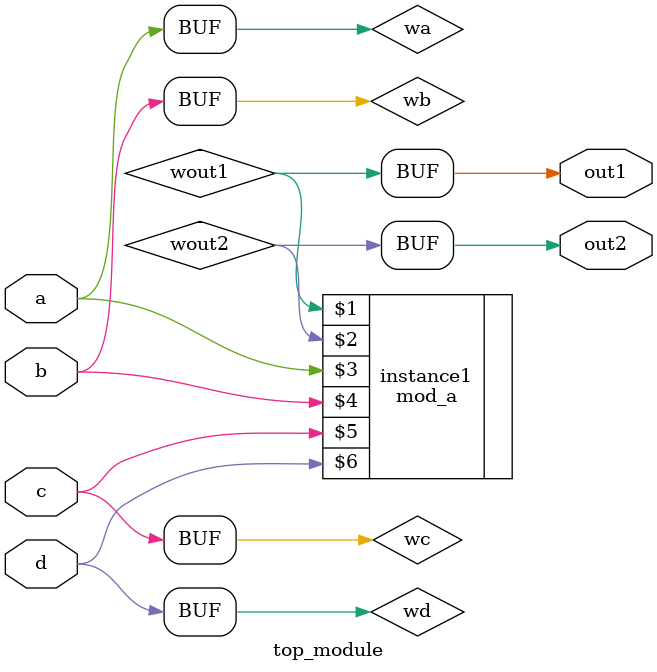
<source format=v>
module top_module (
  input a,
  input b,
  input c,
  input d,
  output out1,
  output out2
);

  wire wout1, wout2, wa, wb, wc, wd;

  mod_a instance1 (
    wout1,
    wout2,
    wa,
    wb,
    wc,
    wd
  );

  assign out1 = wout1;
  assign out2 = wout2;

  assign wa = a;
  assign wb = b;
  assign wc = c;
  assign wd = d;


endmodule

</source>
